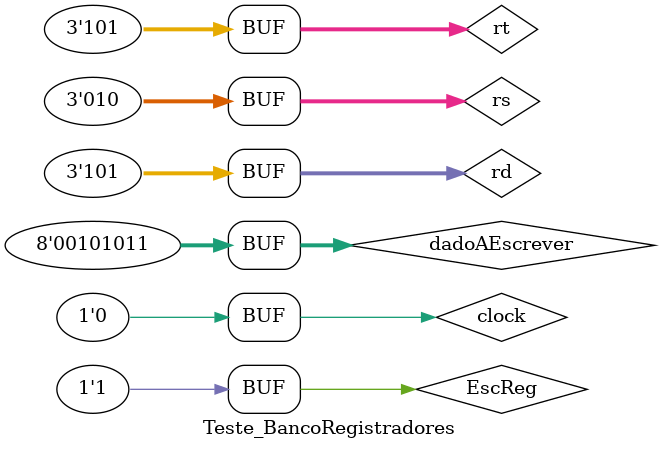
<source format=v>
module BancoRegistradores(RegLido1, RegLido2, RegEscrito, DadoEscrito, EscReg, DadoLido1, DadoLido2, Dadoa0, clock);
    input wire [2:0] RegLido1, RegLido2, RegEscrito;    //Número dos registradores
    input wire [7:0] DadoEscrito;   //Valor de 8 bits a ser escrito
    input wire clock, EscReg;    //Sinal de controle e Clock
    output reg [7:0] DadoLido1, DadoLido2, Dadoa0;    //Valores lidos dos Registradores

    reg [7:0] REG [7:0];    //8 Registradores, cada um de 8 bits

    always @(posedge clock)
    begin   //Grava o dado no banco caso o sinal EscReg for 1;
        if (EscReg) REG[RegEscrito] <= DadoEscrito;
    end

    always @(negedge clock)
    begin
        //Saída dos registradores
        DadoLido1 <= REG[RegLido1];
        DadoLido2 <= REG[RegLido2];
        Dadoa0 <= REG[7];     //Saída dedicada do registrador a0;
    end
endmodule

module Teste_BancoRegistradores();
    reg [2:0] rs, rt, rd;  //Número dos registradores
    reg [7:0] dadoAEscrever;
    reg clock, EscReg;
    wire [7:0] DadoLido1, DadoLido2, Dadoa0;    //Dados lidos dos registradores

    //Instanciando o módulo de Banco de Registradores
    BancoRegistradores REG(rs, rt, rd, dadoAEscrever, EscReg, DadoLido1, DadoLido2, Dadoa0, clock);
    initial begin
        clock = 0;
        EscReg = 0;
        rs = 2; //Registrador $t0
        rt = 5; //Registrador $t1
        rd = 5; //Registrador $t3
        $display("1º Teste: Escrita de dados no Banco de Registradores");
        $display("Tempo  Clock  EscReg   rs    rt    rd   DadoAEscrever  DadoLido1  DadoLido2");
        $monitor(" %0d       %d       %d      %d     %d     %d      %d           %d       %d", $time, clock, EscReg, rs, rt, rd, dadoAEscrever, DadoLido1, DadoLido2);
    
        #1 dadoAEscrever = 8'b00101011; //Valor hipotético oriundo da ULA ou Memória

        #1; begin
            clock = 1;
            EscReg = 1;
        end
        #1 clock = 0;
    end



endmodule
	
	

</source>
